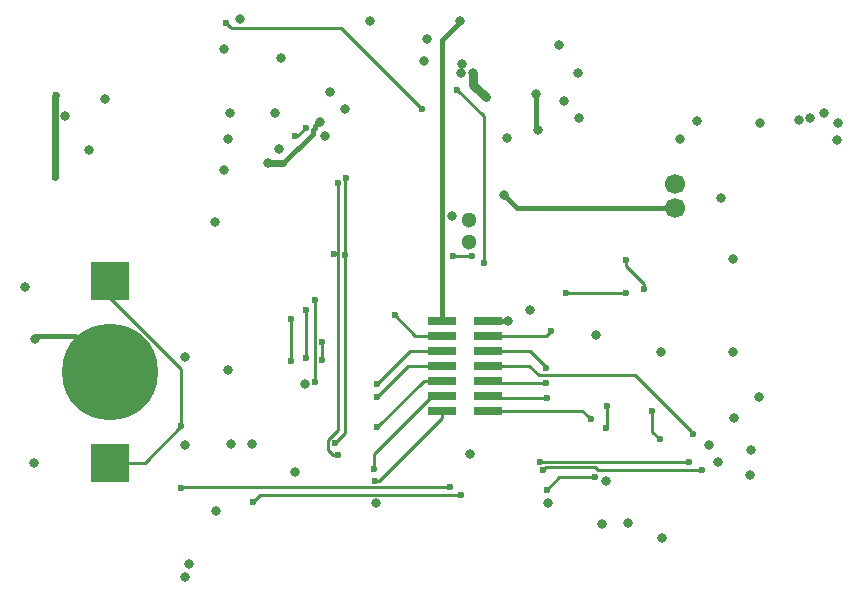
<source format=gbl>
G04 #@! TF.GenerationSoftware,KiCad,Pcbnew,(2017-11-24 revision a01d81e4b)-makepkg*
G04 #@! TF.CreationDate,2017-12-13T18:25:57-05:00*
G04 #@! TF.ProjectId,processor,70726F636573736F722E6B696361645F,rev?*
G04 #@! TF.SameCoordinates,Original*
G04 #@! TF.FileFunction,Copper,L4,Bot,Signal*
G04 #@! TF.FilePolarity,Positive*
%FSLAX46Y46*%
G04 Gerber Fmt 4.6, Leading zero omitted, Abs format (unit mm)*
G04 Created by KiCad (PCBNEW (2017-11-24 revision a01d81e4b)-makepkg) date 12/13/17 18:25:57*
%MOMM*%
%LPD*%
G01*
G04 APERTURE LIST*
%ADD10C,8.130000*%
%ADD11R,3.200000X3.200000*%
%ADD12C,1.300000*%
%ADD13C,1.700000*%
%ADD14R,2.400000X0.760000*%
%ADD15C,0.800000*%
%ADD16C,0.600000*%
%ADD17C,0.450000*%
%ADD18C,0.250000*%
%ADD19C,0.600000*%
%ADD20C,0.800000*%
G04 APERTURE END LIST*
D10*
X9600000Y-31300000D03*
D11*
X9600000Y-39000000D03*
X9600000Y-23600000D03*
D12*
X40000000Y-20300000D03*
X40000000Y-18400000D03*
D13*
X57400000Y-17400000D03*
X57400000Y-15400000D03*
D14*
X41550000Y-34610000D03*
X37650000Y-34610000D03*
X41550000Y-33340000D03*
X37650000Y-33340000D03*
X41550000Y-32070000D03*
X37650000Y-32070000D03*
X41550000Y-30800000D03*
X37650000Y-30800000D03*
X41550000Y-29530000D03*
X37650000Y-29530000D03*
X41550000Y-28260000D03*
X37650000Y-28260000D03*
X41550000Y-26990000D03*
X37650000Y-26990000D03*
D15*
X15913622Y-48673497D03*
X62400000Y-35200000D03*
X61023542Y-38923542D03*
X64500000Y-33400000D03*
X19200000Y-4000000D03*
X25200000Y-39800000D03*
X36440492Y-3106882D03*
X50700000Y-28200000D03*
X51538744Y-40531256D03*
X63809741Y-37882922D03*
X16300000Y-47600000D03*
X23546112Y-9408845D03*
X19200000Y-14200000D03*
X23841551Y-12466137D03*
X57800000Y-11600000D03*
X68827389Y-9793914D03*
X71200000Y-10200000D03*
X70000000Y-9400000D03*
X21605916Y-37392445D03*
X15912418Y-37514122D03*
X15933149Y-30078779D03*
X60280626Y-37460314D03*
X9122182Y-8164543D03*
X18472369Y-18639729D03*
X39263103Y-6029842D03*
X39346116Y-5216308D03*
X38504392Y-18124462D03*
X2400000Y-24100000D03*
X7800000Y-12500000D03*
X5800000Y-9600000D03*
X28164020Y-7567133D03*
X27759599Y-11369260D03*
X49200000Y-6000000D03*
X49300000Y-9800000D03*
X62300000Y-29600000D03*
X56200000Y-29600000D03*
X36200000Y-5000000D03*
X19800000Y-37400000D03*
X19600000Y-31100000D03*
X62300000Y-21750000D03*
X29431213Y-9023098D03*
X20600000Y-1424990D03*
X53400000Y-44100000D03*
X56300000Y-45350000D03*
X40036138Y-38224990D03*
X26100000Y-32300000D03*
X63720617Y-40036753D03*
X46695000Y-42400000D03*
X32095000Y-42400000D03*
X45110000Y-26090000D03*
X43235000Y-26965000D03*
X51200000Y-44200000D03*
X18584356Y-43120569D03*
X3200000Y-28500000D03*
X3164876Y-39007222D03*
X19700000Y-9400000D03*
X31600000Y-1600000D03*
X24050000Y-4750000D03*
X59236959Y-10098691D03*
X64600000Y-10200000D03*
X19600000Y-11600000D03*
X61310447Y-16555996D03*
X43188549Y-11494405D03*
X47579479Y-3643584D03*
X48000000Y-8400000D03*
X71100000Y-11700000D03*
X67900000Y-10000000D03*
D16*
X51595828Y-36022221D03*
X51615929Y-34151638D03*
X38595891Y-21513564D03*
X40242218Y-21495702D03*
D15*
X39227153Y-1598476D03*
D16*
X26945162Y-25251638D03*
X26943265Y-32193118D03*
X32200000Y-33400000D03*
X26136721Y-26090588D03*
X26150914Y-30162748D03*
X32200000Y-32300000D03*
X24885923Y-26792255D03*
X32012446Y-40505125D03*
X24883513Y-30343534D03*
X50653424Y-40196419D03*
X39284562Y-41717258D03*
X46532623Y-41265565D03*
X21700000Y-42300000D03*
X19427304Y-1772694D03*
X41206592Y-22070708D03*
X38976722Y-7430461D03*
X35954422Y-9068420D03*
X53300000Y-21800000D03*
X54800000Y-24300000D03*
X59672756Y-39589052D03*
X46226001Y-39613953D03*
X31922404Y-39499408D03*
X45987657Y-38902820D03*
X58600000Y-38900000D03*
X32200000Y-36000000D03*
X46500000Y-31000000D03*
X28879250Y-15274990D03*
X28500000Y-21300000D03*
X28908506Y-38360318D03*
X55455013Y-34624990D03*
X48200000Y-24600000D03*
X53300000Y-24600000D03*
X56100000Y-37000000D03*
X29521218Y-14887182D03*
X29500000Y-21400000D03*
X28603481Y-37362053D03*
X27518275Y-30324409D03*
X27526775Y-28774387D03*
X15617244Y-41121668D03*
X38386402Y-41080135D03*
X15600000Y-35900000D03*
X4964302Y-7874573D03*
X4900000Y-14800000D03*
X26125509Y-10616518D03*
X25204263Y-11359462D03*
X50316357Y-35324307D03*
X46931496Y-27819936D03*
X58965483Y-36538431D03*
X33700000Y-26500000D03*
X46600000Y-33500000D03*
X46500000Y-32200000D03*
D15*
X45786989Y-10826234D03*
X45600000Y-7800000D03*
X42900000Y-16300000D03*
X22958854Y-13641146D03*
X40346321Y-5963711D03*
X27345824Y-10119165D03*
X41387821Y-8013918D03*
D17*
X41550000Y-26990000D02*
X43210000Y-26990000D01*
X43210000Y-26990000D02*
X43235000Y-26965000D01*
X9600000Y-31300000D02*
X6582762Y-28282762D01*
X6582762Y-28282762D02*
X3417238Y-28282762D01*
X3417238Y-28282762D02*
X3200000Y-28500000D01*
D18*
X51615929Y-36002120D02*
X51595828Y-36022221D01*
X51615929Y-34151638D02*
X51615929Y-36002120D01*
X38613753Y-21495702D02*
X38595891Y-21513564D01*
X40242218Y-21495702D02*
X38613753Y-21495702D01*
D17*
X38827154Y-1998475D02*
X39227153Y-1598476D01*
X37650000Y-3175629D02*
X38827154Y-1998475D01*
X37650000Y-26965000D02*
X37650000Y-3175629D01*
D18*
X26943265Y-25253535D02*
X26945162Y-25251638D01*
X26943265Y-32193118D02*
X26943265Y-25253535D01*
X32200000Y-33400000D02*
X34825000Y-30775000D01*
X34825000Y-30775000D02*
X37650000Y-30775000D01*
X26150914Y-30162748D02*
X26150914Y-26104781D01*
X26150914Y-26104781D02*
X26136721Y-26090588D01*
X32200000Y-32300000D02*
X34995000Y-29505000D01*
X34995000Y-29505000D02*
X37650000Y-29505000D01*
X24883513Y-30343534D02*
X24883513Y-26794665D01*
X24883513Y-26794665D02*
X24885923Y-26792255D01*
X32359875Y-40505125D02*
X32012446Y-40505125D01*
X37650000Y-35215000D02*
X32359875Y-40505125D01*
X37650000Y-34585000D02*
X37650000Y-35215000D01*
X50229160Y-40196419D02*
X50653424Y-40196419D01*
X46532623Y-41265565D02*
X47601769Y-40196419D01*
X47601769Y-40196419D02*
X50229160Y-40196419D01*
X38860298Y-41717258D02*
X39284562Y-41717258D01*
X22282742Y-41717258D02*
X38860298Y-41717258D01*
X21700000Y-42300000D02*
X22282742Y-41717258D01*
X19727303Y-2072693D02*
X19427304Y-1772694D01*
X19877303Y-2222693D02*
X19727303Y-2072693D01*
X35954422Y-9068420D02*
X29108695Y-2222693D01*
X29108695Y-2222693D02*
X19877303Y-2222693D01*
X38976722Y-7430461D02*
X41206592Y-9660331D01*
X41206592Y-21646444D02*
X41206592Y-22070708D01*
X41206592Y-9660331D02*
X41206592Y-21646444D01*
X53300000Y-22375736D02*
X53300000Y-21800000D01*
X54800000Y-24300000D02*
X54800000Y-23875736D01*
X54800000Y-23875736D02*
X53300000Y-22375736D01*
X50918995Y-39589052D02*
X59248492Y-39589052D01*
X50643897Y-39313954D02*
X50918995Y-39589052D01*
X59248492Y-39589052D02*
X59672756Y-39589052D01*
X46526000Y-39313954D02*
X50643897Y-39313954D01*
X46226001Y-39613953D02*
X46526000Y-39313954D01*
X31922404Y-38222596D02*
X31922404Y-39075144D01*
X36830000Y-33315000D02*
X31922404Y-38222596D01*
X31922404Y-39075144D02*
X31922404Y-39499408D01*
X37650000Y-33315000D02*
X36830000Y-33315000D01*
X58600000Y-38900000D02*
X45990477Y-38900000D01*
X45990477Y-38900000D02*
X45987657Y-38902820D01*
X32200000Y-36000000D02*
X36155000Y-32045000D01*
X36155000Y-32045000D02*
X37650000Y-32045000D01*
X45105000Y-29505000D02*
X46500000Y-30900000D01*
X46500000Y-30900000D02*
X46500000Y-31000000D01*
X41550000Y-29505000D02*
X45105000Y-29505000D01*
X28879250Y-21300000D02*
X28879250Y-15274990D01*
X28500000Y-21300000D02*
X28879250Y-21300000D01*
X28879250Y-21300000D02*
X28879250Y-36235279D01*
X28879250Y-36235279D02*
X28028479Y-37086051D01*
X28028479Y-37086051D02*
X28028479Y-37904555D01*
X28484242Y-38360318D02*
X28908506Y-38360318D01*
X28028479Y-37904555D02*
X28484242Y-38360318D01*
X55455013Y-36355013D02*
X55455013Y-35049254D01*
X55455013Y-35049254D02*
X55455013Y-34624990D01*
X56100000Y-37000000D02*
X55455013Y-36355013D01*
X53300000Y-24600000D02*
X48200000Y-24600000D01*
X29500000Y-14908400D02*
X29521218Y-14887182D01*
X29500000Y-21400000D02*
X29500000Y-14908400D01*
X29500000Y-21400000D02*
X29500000Y-36465534D01*
X28903480Y-37062054D02*
X28603481Y-37362053D01*
X29500000Y-36465534D02*
X28903480Y-37062054D01*
X27526775Y-30315909D02*
X27518275Y-30324409D01*
X27526775Y-28774387D02*
X27526775Y-30315909D01*
X15658777Y-41080135D02*
X15617244Y-41121668D01*
X38386402Y-41080135D02*
X15658777Y-41080135D01*
X15600000Y-35475736D02*
X15600000Y-35900000D01*
X9600000Y-25082601D02*
X15600000Y-31082601D01*
X15600000Y-31082601D02*
X15600000Y-35475736D01*
X9600000Y-23600000D02*
X9600000Y-25082601D01*
X9600000Y-39000000D02*
X12500000Y-39000000D01*
X12500000Y-39000000D02*
X15600000Y-35900000D01*
D19*
X4900000Y-7938875D02*
X4964302Y-7874573D01*
X4900000Y-14800000D02*
X4900000Y-7938875D01*
D18*
X26125509Y-10616518D02*
X25382565Y-11359462D01*
X25382565Y-11359462D02*
X25204263Y-11359462D01*
X50016358Y-35024308D02*
X50316357Y-35324307D01*
X49577050Y-34585000D02*
X50016358Y-35024308D01*
X41550000Y-34585000D02*
X49577050Y-34585000D01*
X46631497Y-28119935D02*
X46931496Y-27819936D01*
X46516432Y-28235000D02*
X46631497Y-28119935D01*
X41550000Y-28235000D02*
X46516432Y-28235000D01*
X58665484Y-36238432D02*
X58965483Y-36538431D01*
X45075000Y-30775000D02*
X45900000Y-31600000D01*
X54027052Y-31600000D02*
X58665484Y-36238432D01*
X45900000Y-31600000D02*
X54027052Y-31600000D01*
X41550000Y-30775000D02*
X45075000Y-30775000D01*
X37650000Y-28235000D02*
X35435000Y-28235000D01*
X35435000Y-28235000D02*
X33700000Y-26500000D01*
X46600000Y-33500000D02*
X41735000Y-33500000D01*
X41735000Y-33500000D02*
X41550000Y-33315000D01*
X46500000Y-32200000D02*
X41705000Y-32200000D01*
X41705000Y-32200000D02*
X41550000Y-32045000D01*
D17*
X45600000Y-10639245D02*
X45786989Y-10826234D01*
X45600000Y-7800000D02*
X45600000Y-10639245D01*
X57400000Y-17400000D02*
X44000000Y-17400000D01*
X44000000Y-17400000D02*
X42900000Y-16300000D01*
D19*
X24249643Y-13641146D02*
X22958854Y-13641146D01*
D20*
X40346321Y-6529396D02*
X40346321Y-5963711D01*
X40346321Y-6972418D02*
X40346321Y-6529396D01*
X41387821Y-8013918D02*
X40346321Y-6972418D01*
D17*
X26754367Y-10861829D02*
X26945825Y-10670371D01*
X24249643Y-13641146D02*
X26754367Y-11136422D01*
X26754367Y-11136422D02*
X26754367Y-10861829D01*
X26945825Y-10519164D02*
X27345824Y-10119165D01*
X26945825Y-10670371D02*
X26945825Y-10519164D01*
M02*

</source>
